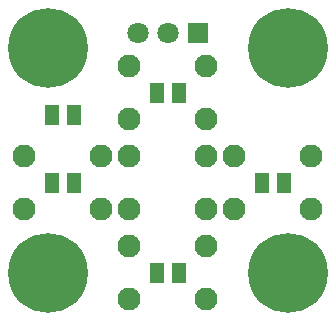
<source format=gbs>
G04 (created by PCBNEW (2013-05-31 BZR 4019)-stable) date 7/9/2014 9:45:12 PM*
%MOIN*%
G04 Gerber Fmt 3.4, Leading zero omitted, Abs format*
%FSLAX34Y34*%
G01*
G70*
G90*
G04 APERTURE LIST*
%ADD10C,0.00590551*%
%ADD11C,0.076748*%
%ADD12R,0.050748X0.070748*%
%ADD13R,0.070748X0.070748*%
%ADD14C,0.070748*%
%ADD15C,0.265748*%
G04 APERTURE END LIST*
G54D10*
G54D11*
X62720Y-51386D03*
X62720Y-49614D03*
X65280Y-51386D03*
X65280Y-49614D03*
X59220Y-48386D03*
X59220Y-46614D03*
X61780Y-48386D03*
X61780Y-46614D03*
X59220Y-54386D03*
X59220Y-52614D03*
X61780Y-54386D03*
X61780Y-52614D03*
X55720Y-51386D03*
X55720Y-49614D03*
X58280Y-51386D03*
X58280Y-49614D03*
X59220Y-51386D03*
X59220Y-49614D03*
X61780Y-51386D03*
X61780Y-49614D03*
G54D12*
X56625Y-50500D03*
X57375Y-50500D03*
X60875Y-47500D03*
X60125Y-47500D03*
X57375Y-48250D03*
X56625Y-48250D03*
X60125Y-53500D03*
X60875Y-53500D03*
X63625Y-50500D03*
X64375Y-50500D03*
G54D13*
X61500Y-45500D03*
G54D14*
X60500Y-45500D03*
X59500Y-45500D03*
G54D15*
X64500Y-53500D03*
X56500Y-53500D03*
X64500Y-46000D03*
X56500Y-46000D03*
M02*

</source>
